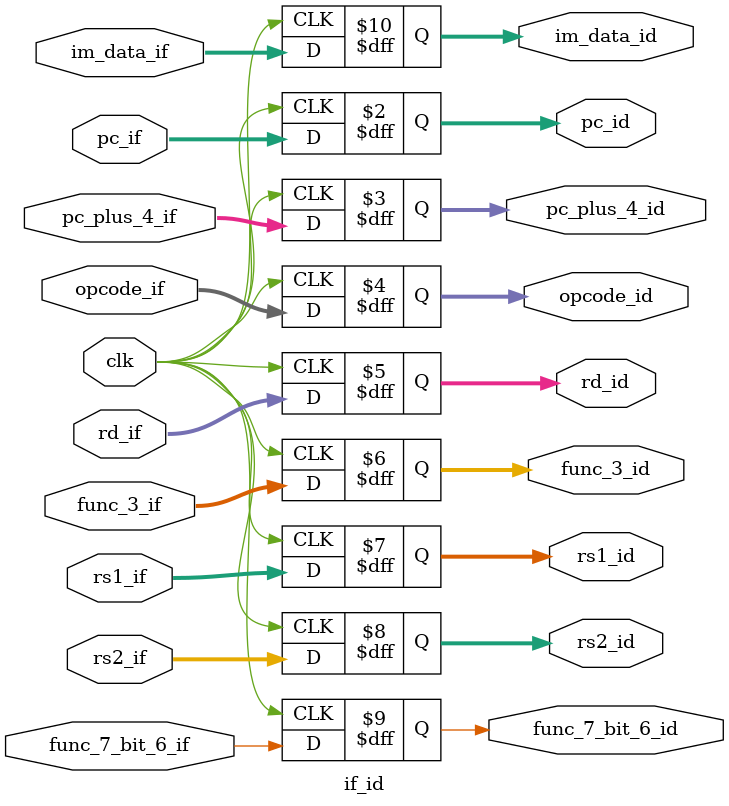
<source format=sv>
module if_id (
    input  logic        clk,
    input  logic [31:0] pc_if,
    output logic [31:0] pc_id,
    input  logic [31:0] pc_plus_4_if,
    output logic [31:0] pc_plus_4_id,
    input  logic [6:0]  opcode_if,
    output logic [6:0]  opcode_id,
    input  logic [4:0]  rd_if,
    output logic [4:0]  rd_id,
    input  logic [2:0]  func_3_if,
    output logic [2:0]  func_3_id,
    input  logic [4:0]  rs1_if,
    output logic [4:0]  rs1_id,
    input  logic [4:0]  rs2_if,
    output logic [4:0]  rs2_id,
    input  logic        func_7_bit_6_if,
    output logic        func_7_bit_6_id,
    input  logic [31:0] im_data_if,
    output logic [31:0] im_data_id
);
    
    always_ff @(posedge clk) begin
        pc_id           <= pc_if;
        pc_plus_4_id    <= pc_plus_4_if;
        opcode_id       <= opcode_if;
        rd_id           <= rd_if;
        func_3_id       <= func_3_if;
        rs1_id          <= rs1_if;
        rs2_id          <= rs2_if;
        func_7_bit_6_id <= func_7_bit_6_if;
        im_data_id      <= im_data_if;
    end

endmodule : if_id
</source>
